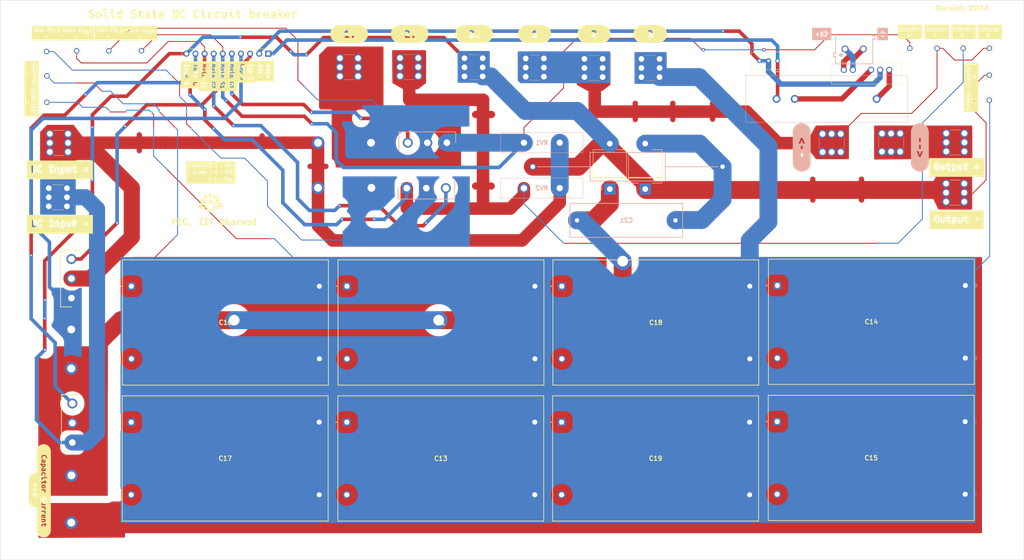
<source format=kicad_pcb>
(kicad_pcb (version 20241229) (generator "pcbnew") (generator_version "9.0")
  (layers (0 "F.Cu" signal) (2 "B.Cu" signal) (13 "F.Paste" user) (15 "B.Paste" user) (5 "F.SilkS" user "F.Silkscreen") (7 "B.SilkS" user "B.Silkscreen") (1 "F.Mask" user) (3 "B.Mask" user) (25 "Edge.Cuts" user))
  (net 0 "")
  (net 1 "Net-(C1-Pad1)")
  (net 2 "Net-(C1-Pad2)")
  (net 3 "Net-(D4-A)")
  (net 4 "Net-(D3-A)")
  (net 5 "Ts4")
  (net 6 "Net-(C21-Pad2)")
  (net 7 "Ts5")
  (net 8 "Tg4")
  (net 9 "Ts3")
  (net 10 "Tg3")
  (net 11 "Tg6")
  (net 12 "Tg5")
  (net 13 "Net-(H14-Pad1)")
  (net 14 "ADC+")
  (net 15 "ADC-")
  (net 16 "Net-(U1--VIN)")
  (net 17 "Net-(U1-+VIN)")
  (net 18 "Net-(U1--VOUT)")
  (net 19 "Net-(U1-+VOUT)")
  (net 20 "Net-(D2-A)")
  (net 21 "Ts6")
  (net 22 "Net-(J10-Pad1)")
  (net 23 "Net-(D6-A)")
  (footprint "iitdh_logo:iitdh" (layer "F.Cu") (at 124.4 118.15)
    (property "Reference" "G***" (hide yes))
    (property "Value" "LOGO" (hide yes))
  )
  (footprint "Capacitor TH 110uF:EZPV60117MTC" (layer "F.Cu") (at 222.45 179.55)
    (property "Reference" "C19")
    (property "Value" "EZPV60117MTC" (hide yes))
  )
  (footprint "kibuzzard-66226237" (layer "F.Cu") (at 327.3 70.45)
    (property "Reference" "kibuzzard-66226237" (hide yes))
    (property "Value" "G***" (hide yes))
  )
  (footprint "kibuzzard-66226323" (layer "F.Cu") (at 334.7 70.45)
    (property "Reference" "kibuzzard-66226323" (hide yes))
    (property "Value" "G***" (hide yes))
  )
  (footprint "kibuzzard-65DB9BA2" (layer "F.Cu") (at 133.2 81.65 -90)
    (property "Reference" "kibuzzard-65DB9BA2" (hide yes))
    (property "Value" "G***" (hide yes))
  )
  (footprint "Thyristors:TO546P531X1558X2499-3P" (layer "F.Cu") (at 85.55 144.87 90)
    (property "Reference" "D3" (hide yes))
    (property "Value" "VS-40TPS12A-M3" (hide yes))
  )
  (footprint "MountingHole:MountingHole_3.2mm_M3" (layer "F.Cu") (at 209.25 214.35)
    (property "Reference" "H28" (hide yes))
    (property "Value" "MountingHole" (hide yes))
  )
  (footprint "kibuzzard-65DB9A81" (layer "F.Cu") (at 125.2 82.85 -90)
    (property "Reference" "kibuzzard-65DB9A81" (hide yes))
    (property "Value" "G***" (hide yes))
  )
  (footprint "kibuzzard-65DB885A" (layer "F.Cu") (at 214.9 71.05)
    (property "Reference" "kibuzzard-65DB885A" (hide yes))
    (property "Value" "G***" (hide yes))
  )
  (footprint "Final_testpoint:5003" (layer "F.Cu") (at 334.6 75.05 90)
    (property "Reference" "H17" (hide yes))
    (property "Value" "5003" (hide yes))
  )
  (footprint "kibuzzard-6622505D" (layer "F.Cu") (at 332.8 108.35)
    (property "Reference" "kibuzzard-6622505D" (hide yes))
    (property "Value" "G***" (hide yes))
  )
  (footprint "MountingHole:MountingHole_3.2mm_M3" (layer "F.Cu") (at 347.5 65.45)
    (property "Reference" "H25" (hide yes))
    (property "Value" "MountingHole" (hide yes))
  )
  (footprint "kibuzzard-65DB9ACE" (layer "F.Cu") (at 120.2 82.45 -90)
    (property "Reference" "kibuzzard-65DB9ACE" (hide yes))
    (property "Value" "G***" (hide yes))
  )
  (footprint "kibuzzard-6622637B" (layer "F.Cu") (at 336.8 89.45 90)
    (property "Reference" "kibuzzard-6622637B" (hide yes))
    (property "Value" "G***" (hide yes))
  )
  (footprint "kibuzzard-65DB9A19" (layer "F.Cu") (at 130.4 82.85 -90)
    (property "Reference" "kibuzzard-65DB9A19" (hide yes))
    (property "Value" "G***" (hide yes))
  )
  (footprint "Final_testpoint:5003" (layer "F.Cu") (at 319.7 75.05 90)
    (property "Reference" "H13" (hide yes))
    (property "Value" "5003" (hide yes))
  )
  (footprint "Final_testpoint:5003" (layer "F.Cu") (at 78.6 75.95 -90)
    (property "Reference" "H11" (hide yes))
    (property "Value" "5003" (hide yes))
  )
  (footprint "MountingHole:MountingHole_2.2mm_M2_ISO7380_Pad" (layer "F.Cu") (at 154.4145 114.045)
    (property "Reference" "H7" (hide yes))
    (property "Value" "MountingHole_Pad" (hide yes))
  )
  (footprint "kibuzzard-65DB9A89" (layer "F.Cu") (at 122.6 82.85 -90)
    (property "Reference" "kibuzzard-65DB9A89" (hide yes))
    (property "Value" "G***" (hide yes))
  )
  (footprint "kibuzzard-65DB9A7A" (layer "F.Cu") (at 127.8 82.85 -90)
    (property "Reference" "kibuzzard-65DB9A7A" (hide yes))
    (property "Value" "G***" (hide yes))
  )
  (footprint "kibuzzard-66239A2E" (layer "F.Cu") (at 125.4 123.65)
    (property "Reference" "kibuzzard-66239A2E" (hide yes))
    (property "Value" "G***" (hide yes))
  )
  (footprint "6 pin connector:7461057" (layer "F.Cu") (at 79.22 114.15)
    (property "Reference" "J13" (hide yes))
    (property "Value" "7461057" (hide yes))
  )
  (footprint "MountingHole:MountingHole_3.2mm_M3" (layer "F.Cu") (at 347.5 133.85)
    (property "Reference" "H23" (hide yes))
    (property "Value" "MountingHole" (hide yes))
  )
  (footprint "Power Supply 2:RB1215DHP" (layer "F.Cu") (at 301.25 81.0775)
    (property "Reference" "U1" (hide yes))
    (property "Value" "RB-1215D_HP" (hide yes))
  )
  (footprint "6 pin connector:7461057" (layer "F.Cu") (at 79.52 98.95)
    (property "Reference" "J14" (hide yes))
    (property "Value" "7461057" (hide yes))
  )
  (footprint "kibuzzard-65DB9ADC" (layer "F.Cu") (at 117.6 82.45 -90)
    (property "Reference" "kibuzzard-65DB9ADC" (hide yes))
    (property "Value" "G***" (hide yes))
  )
  (footprint "kibuzzard-66225D99" (layer "F.Cu") (at 295.1 71.05)
    (property "Reference" "kibuzzard-66225D99" (hide yes))
    (property "Value" "G***" (hide yes))
  )
  (footprint "Diode_THT:D_P600_R-6_P12.70mm_Horizontal" (layer "F.Cu") (at 245.7995 114.395 90)
    (property "Reference" "D5" (hide yes))
    (property "Value" "FR607" (hide yes))
  )
  (footprint "MountingHole:MountingHole_2.2mm_M2_ISO7380_Pad" (layer "F.Cu") (at 85.5 207.65)
    (property "Reference" "H6" (hide yes))
    (property "Value" "MountingHole_Pad" (hide yes))
  )
  (footprint "kibuzzard-65DB8874" (layer "F.Cu") (at 198 71.05)
    (property "Reference" "kibuzzard-65DB8874" (hide yes))
    (property "Value" "G***" (hide yes))
  )
  (footprint "kibuzzard-65DB8860" (layer "F.Cu") (at 163.1 71.05)
    (property "Reference" "kibuzzard-65DB8860" (hide yes))
    (property "Value" "G***" (hide yes))
  )
  (footprint "kibuzzard-662260A2" (layer "F.Cu") (at 105 70.85)
    (property "Reference" "kibuzzard-662260A2" (hide yes))
    (property "Value" "G***" (hide yes))
  )
  (footprint "kibuzzard-66226341" (layer "F.Cu") (at 342 70.45)
    (property "Reference" "kibuzzard-66226341" (hide yes))
    (property "Value" "G***" (hide yes))
  )
  (footprint "MountingHole:MountingHole_2.2mm_M2_ISO7380_Pad" (layer "F.Cu") (at 169.3295 114.045)
    (property "Reference" "H8" (hide yes))
    (property "Value" "MountingHole_Pad" (hide yes))
  )
  (footprint "kibuzzard-66225CC6" (layer "F.Cu") (at 312.1 71.05)
    (property "Reference" "kibuzzard-66225CC6" (hide yes))
    (property "Value" "G***" (hide yes))
  )
  (footprint "MountingHole:MountingHole_3.2mm_M3" (layer "F.Cu") (at 69.6 65.45)
    (property "Reference" "H21" (hide yes))
    (property "Value" "MountingHole" (hide yes))
  )
  (footprint "kibuzzard-66226075" (layer "F.Cu") (at 87.4 70.85)
    (property "Reference" "kibuzzard-66226075" (hide yes))
    (property "Value" "G***" (hide yes))
  )
  (footprint "Final_testpoint:5003" (layer "F.Cu") (at 327.3 75.05 90)
    (property "Reference" "H14" (hide yes))
    (property "Value" "5003" (hide yes))
  )
  (footprint "Final_testpoint:5003" (layer "F.Cu") (at 105.1 75.75 180)
    (property "Reference" "H2" (hide yes))
    (property "Value" "5003" (hide yes))
  )
  (footprint "kibuzzard-66225C22" (layer "F.Cu") (at 322.5 102.75 -90)
    (property "Reference" "kibuzzard-66225C22" (hide yes))
    (property "Value" "G***" (hide yes))
  )
  (footprint "10K pot:3296X1223LF" (layer "F.Cu") (at 280.23 78.55 90)
    (property "Reference" "VR1" (hide yes))
    (property "Value" "3296X-1-501RLF" (hide yes))
  )
  (footprint "kibuzzard-65EAEA41" (layer "F.Cu") (at 124.5 109.75)
    (property "Reference" "kibuzzard-65EAEA41" (hide yes))
    (property "Value" "G***" (hide yes))
  )
  (footprint "Final_testpoint:5003" (layer "F.Cu") (at 96 75.75 180)
    (property "Reference" "H1" (hide yes))
    (property "Value" "5003" (hide yes))
  )
  (footprint "kibuzzard-65DB886D" (layer "F.Cu") (at 231.5 71.05)
    (property "Reference" "kibuzzard-65DB886D" (hide yes))
    (property "Value" "G***" (hide yes))
  )
  (footprint "Capacitor TH 110uF:EZPV60117MTC" (layer "F.Cu") (at 102.25 179.55)
    (property "Reference" "C17")
    (property "Value" "EZPV60117MTC" (hide yes))
  )
  (footprint "Final_testpoint:5003" (layer "F.Cu") (at 341.9 82.55 90)
    (property "Reference" "H16" (hide yes))
    (property "Value" "5003" (hide yes))
  )
  (footprint "6 pin connector:7461057" (layer "F.Cu") (at 329.82 112.87)
    (property "Reference" "J12" (hide yes))
    (property "Value" "7461057" (hide yes))
  )
  (footprint "kibuzzard-6622636A" (layer "F.Cu") (at 336.8 82.65 90)
    (property "Reference" "kibuzzard-6622636A" (hide yes))
    (property "Value" "G***" (hide yes))
  )
  (footprint "kibuzzard-662260F8" (layer "F.Cu") (at 74.4 90.05 -90)
    (property "Reference" "kibuzzard-662260F8" (hide yes))
    (property "Value" "G***" (hide yes))
  )
  (footprint "kibuzzard-65DB9B86" (layer "F.Cu") (at 135.4 81.65 -90)
    (property "Reference" "kibuzzard-65DB9B86" (hide yes))
    (property "Value" "G***" (hide yes))
  )
  (footprint "kibuzzard-65DB8FAA" (layer "F.Cu") (at 77.8 198.75 -90)
    (property "Reference" "kibuzzard-65DB8FAA" (hide yes))
    (property "Value" "G***" (hide yes))
  )
  (footprint "kibuzzard-65DB8867" (layer "F.Cu") (at 180 71.05)
    (property "Reference" "kibuzzard-65DB8867" (hide yes))
    (property "Value" "G***" (hide yes))
  )
  (footprint "Final_testpoint:5003" (layer "F.Cu") (at 78.7 82.75 90)
    (property "Reference" "H3" (hide yes))
    (property "Value" "5003" (hide yes))
  )
  (footprint "kibuzzard-66224FFF" (layer "F.Cu") (at 82.3 124.25)
    (property "Reference" "kibuzzard-66224FFF" (hide yes))
    (property "Value" "G***" (hide yes))
  )
  (footprint "Capacitor TH 110uF:EZPV60117MTC" (layer "F.Cu") (at 222.5 141.55)
    (property "Reference" "C18")
    (property "Value" "EZPV60117MTC" (hide yes))
  )
  (footprint "MountingHole:MountingHole_2.2mm_M2_ISO7380_Pad" (layer "F.Cu") (at 85.5 153.65 180)
    (property "Reference" "H20" (hide yes))
    (property "Value" "MountingHole_Pad" (hide yes))
  )
  (footprint "kibuzzard-66225C22" (layer "F.Cu") (at 289.5 102.75 90)
    (property "Reference" "kibuzzard-66225C22" (hide yes))
    (property "Value" "G***" (hide yes))
  )
  (footprint "Capacitor TH 110uF:EZPV60117MTC" (layer "F.Cu") (at 102.3 141.55)
    (property "Reference" "C16")
    (property "Value" "EZPV60117MTC" (hide yes))
  )
  (footprint "Capacitor TH 110uF:EZPV60117MTC" (layer "F.Cu") (at 282.7 141.35)
    (property "Reference" "C14")
    (property "Value" "EZPV60117MTC" (hide yes))
  )
  (footprint "Final_testpoint:5003" (layer "F.Cu") (at 78.7 90.15 90)
    (property "Reference" "H4" (hide yes))
    (property "Value" "5003" (hide yes))
  )
  (footprint "kibuzzard-66225F03" (layer "F.Cu") (at 140.6 81.45 -90)
    (property "Reference" "kibuzzard-66225F03" (hide yes))
    (property "Value" "G***" (hide yes))
  )
  (footprint "MountingHole:MountingHole_3.2mm_M3" (layer "F.Cu") (at 69.7 214.05)
    (property "Reference" "H24" (hide yes))
    (property "Value" "MountingHole" (hide yes))
  )
  (footprint "kibuzzard-662260ED" (layer "F.Cu") (at 74.4 82.45 -90)
    (property "Reference" "kibuzzard-662260ED" (hide yes))
    (property "Value" "G***" (hide yes))
  )
  (footprint "kibuzzard-6622609D" (layer "F.Cu") (at 96.3 70.85)
    (property "Reference" "kibuzzard-6622609D" (hide yes))
    (property "Value" "G***" (hide yes))
  )
  (footprint "kibuzzard-65DB887A" (layer "F.Cu") (at 247.2 71.05)
    (property "Reference" "kibuzzard-65DB887A" (hide yes))
    (property "Value" "G***" (hide yes))
  )
  (footprint "kibuzzard-6622622D" (layer "F.Cu") (at 319.8 70.45)
    (property "Reference" "kibuzzard-6622622D" (hide yes))
    (property "Value" "G***" (hide yes))
  )
  (footprint "MountingHole:MountingHole_2.2mm_M2_ISO7380_Pad" (layer "F.Cu") (at 169.2295 101.445)
    (property "Reference" "H10" (hide yes))
    (property "Value" "MountingHole_Pad" (hide yes))
  )
  (footprint "kibuzzard-662260AF" (layer "F.Cu") (at 78.7 70.85)
    (property "Reference" "kibuzzard-662260AF" (hide yes))
    (property "Value" "G***" (hide yes))
  )
  (footprint "kibuzzard-6622506C" (layer "F.Cu") (at 332.8 122.95)
    (property "Reference" "kibuzzard-6622506C" (hide yes))
    (property "Value" "G***" (hide yes))
  )
  (footprint "Diode_THT:D_P600_R-6_P12.70mm_Horizontal" (layer "F.Cu") (at 235.9145 114.395 90)
    (property "Reference" "D1" (hide yes))
    (property "Value" "FR607" (hide yes))
  )
  (footprint "Thyristors:TO546P531X1558X2499-3P" (layer "F.Cu") (at 85.8 185.25 90)
    (property "Reference" "D6" (hide yes))
    (property "Value" "VS-40TPS12A-M3" (hide yes))
  )
  (footprint "6 pin connector:7461057" (layer "F.Cu") (at 329.86 98.81)
    (property "Reference" "J11" (hide yes))
    (property "Value" "7461057" (hide yes))
  )
  (footprint "MountingHole:MountingHole_2.2mm_M2_ISO7380_Pad" (layer "F.Cu") (at 85.55 194.45)
    (property "Reference" "H5" (hide yes))
    (property "Value" "MountingHole_Pad" (hide yes))
  )
  (footprint "Final_testpoint:5003" (layer "F.Cu") (at 87 75.75 -90)
    (property "Reference" "H12" (hide yes))
    (property "Value" "5003" (hide yes))
  )
  (footprint "MountingHole:MountingHole_3.2mm_M3" (layer "F.Cu") (at 347.5 214.05)
    (property "Reference" "H26" (hide yes))
    (property "Value" "MountingHole" (hide yes))
  )
  (footprint "MountingHole:MountingHole_2.2mm_M2_ISO7380_Pad" (layer "F.Cu") (at 85.5 164.55 180)
    (property "Reference" "H19" (hide yes))
    (property "Value" "MountingHole_Pad" (hide yes))
  )
  (footprint "kibuzzard-65DB99B3" (layer "F.Cu") (at 138.4 81.45 -90)
    (property "Reference" "kibuzzard-65DB99B3" (hide yes))
    (property "Value" "G***" (hide yes))
  )
  (footprint "kibuzzard-662392F0" (layer "F.Cu") (at 119.5 65.35)
    (property "Reference" "kibuzzard-662392F0" (hide yes))
    (property "Value" "G***" (hide yes))
  )
  (footprint "Final_testpoint:5003" (layer "F.Cu") (at 341.9 75.05 90)
    (property "Reference" "H18" (hide yes))
    (property "Value" "5003" (hide yes))
  )
  (footprint "MountingHole:MountingHole_2.2mm_M2_ISO7380_Pad" (layer "F.Cu") (at 154.4145 101.445)
    (property "Reference" "H9" (hide yes))
    (property "Value" "MountingHole_Pad" (hide yes))
  )
  (footprint "kibuzzard-66224FE1" (layer "F.Cu") (at 82.3 109.05)
    (property "Reference" "kibuzzard-66224FE1" (hide yes))
    (property "Value" "G***" (hide yes))
  )
  (footprint "Connector_PinSocket_2.54mm:PinSocket_1x10_P2.54mm_Vertical" (layer "F.Cu") (at 140.52 76.55 -90)
    (property "Reference" "J1" (hide yes))
    (property "Value" "Conn_01x10_Pin" (hide yes))
  )
  (footprint "Final_testpoint:5003" (layer "F.Cu") (at 341.9 89.55 90)
    (property "Reference" "H15" (hide yes))
    (property "Value" "5003" (hide yes))
  )
  (footprint "MountingHole:MountingHole_3.2mm_M3" (layer "F.Cu") (at 69.7 133.85)
    (property "Reference" "H22" (hide yes))
    (property "Value" "MountingHole" (hide yes))
  )
  (footprint "Capacitor TH 110uF:EZPV60117MTC" (layer "F.Cu") (at 282.65 179.4)
    (property "Reference" "C15")
    (property "Value" "EZPV60117MTC" (hide yes))
  )
  (footprint "kibuzzard-65DB8DD2" (layer "F.Cu") (at 75.4 198.55 -90)
    (property "Reference" "kibuzzard-65DB8DD2" (hide yes))
    (property "Value" "G***" (hide yes))
  )
  (footprint "Capacitor TH 110uF:EZPV60117MTC" (layer "F.Cu") (at 162.5 141.55)
    (property "Reference" "C1")
    (property "Value" "EZPV60117MTC" (hide yes))
  )
  (footprint "MountingHole:MountingHole_3.2mm_M3" (layer "F.Cu") (at 206.1 65.45)
    (property "Reference" "H27" (hide yes))
    (property "Value" "MountingHole" (hide yes))
  )
  (footprint "Capacitor TH 110uF:EZPV60117MTC" (layer "F.Cu") (at 162.45 179.55)
    (property "Reference" "C13")
    (property "Value" "EZPV60117MTC" (hide yes))
  )
  (footprint "6 pin connector:7461057" (layer "B.Cu") (at 165.6 77.8 180)
    (property "Reference" "J2" (hide yes))
    (property "Value" "7461057" (hide yes))
  )
  (footprint "691213510002:691213510002" (layer "B.Cu") (at 304.15 75.25)
    (property "Reference" "J4" (hide yes))
    (property "Value" "691213510002" (hide yes))
  )
  (footprint "6 pin connector:7461057" (layer "B.Cu") (at 217.5 77.9 180)
    (property "Reference" "J3" (hide yes))
    (property "Value" "7461057" (hide yes))
  )
  (footprint "Snubber Capacitor_1uF:ECWFG2J105K" (layer "B.Cu") (at 226.75 123.15)
    (property "Reference" "C21")
    (property "Value" "ECWFG2J105K" (hide yes))
  )
  (footprint "6 pin connector:7461057" (layer "B.Cu") (at 311.92 98.87 -90)
    (property "Reference" "J10" (hide yes))
    (property "Value" "7461057" (hide yes))
  )
  (footprint "Resistor 5w:RESAD5300W105L2100D800" (layer "B.Cu") (at 214.4 108.15)
    (property "Reference" "R2" (hide yes))
    (property "Value" "55J1K0E" (hide yes))
  )
  (footprint "Thyristors:TO546P531X1558X2499-3P" (layer "B.Cu") (at 179.2 114.145)
    (property "Reference" "D4" (hide yes))
    (property "Value" "VS-40TPS12A-M3" (hide yes))
  )
  (footprint "MOV:MOV20D431K" (layer "B.Cu") (at 216.9145 101.445 180)
    (property "Reference" "RV1")
    (property "Value" "MOV-20D431KTR" (hide yes))
  )
  (footprint "6 pin connector:7461057" (layer "B.Cu") (at 295.32 98.97 -90)
    (property "Reference" "J9" (hide yes))
    (property "Value" "7461057" (hide yes))
  )
  (footprint "6 pin connector:7461057" (layer "B.Cu") (at 249.8 78.02 180)
    (property "Reference" "J7" (hide yes))
    (property "Value" "7461057" (hide yes))
  )
  (footprint "6 pin connector:7461057" (layer "B.Cu") (at 233.9 78.01 180)
    (property "Reference" "J6" (hide yes))
    (property "Value" "7461057" (hide yes))
  )
  (footprint "MOV:MOV20D431K" (layer "B.Cu") (at 216.9145 114.145 180)
    (property "Reference" "RV2")
    (property "Value" "MOV-20D431KTR" (hide yes))
  )
  (footprint "Thyristors:TO546P531X1558X2499-3P" (layer "B.Cu") (at 190.4 101.445 180)
    (property "Reference" "D2" (hide yes))
    (property "Value" "VS-40TPS12A-M3" (hide yes))
  )
  (footprint "6 pin connector:7461057" (layer "B.Cu") (at 182.4 77.75 180)
    (property "Reference" "J5" (hide yes))
    (property "Value" "7461057" (hide yes))
  )
  (footprint "6 pin connector:7461057" (layer "B.Cu") (at 200.4 77.82 180)
    (property "Reference" "J8" (hide yes))
    (property "Value" "7461057" (hide yes))
  )
  (footprint "Current sensor:LA55-P" (layer "B.Cu") (at 310.42 89.2)
    (property "Reference" "U2" (hide yes))
    (property "Value" "LA55-P" (hide yes))
  )
  (gr_rect (start 65.65 61.6) (end 351.55 218) (stroke (width 0.1)) (fill no) (layer "Edge.Cuts"))
  (gr_text "Daniel, 2024" (at 326.95 64.76 0) (layer "F.SilkS") (effects (font (size 1.5 1.5) (thickness 0.3) (bold yes)) (justify left bottom)))
  (segment (start 114.7 97.35) (end 110.05 92.7) (width 0.25) (layer "F.Cu") (net 1))
  (segment (start 94.1 87.05) (end 91.8 84.75) (width 0.25) (layer "F.Cu") (net 1))
  (segment (start 91.8 84.75) (end 86.6 84.75) (width 0.25) (layer "F.Cu") (net 1))
  (segment (start 108.5 133.85) (end 108.5 137.25) (width 0.25) (layer "F.Cu") (net 1))
  (segment (start 105.7 140.05) (end 101.5 140.05) (width 0.25) (layer "F.Cu") (net 1))
  (segment (start 114.2 128.15) (end 108.5 133.85) (width 0.25) (layer "F.Cu") (net 1))
  (segment (start 108.5 137.25) (end 105.7 140.05) (width 0.25) (layer "F.Cu") (net 1))
  (via (at 110.05 92.7) (size 0.5) (drill 0.3) (layers "F.Cu" "B.Cu") (net 1))
  (via (at 86.6 84.75) (size 0.5) (drill 0.3) (layers "F.Cu" "B.Cu") (net 1))
  (via (at 114.2 128.15) (size 0.5) (drill 0.3) (layers "F.Cu" "B.Cu") (net 1))
  (via (at 114.7 97.35) (size 0.5) (drill 0.3) (layers "F.Cu" "B.Cu") (net 1))
  (via (at 94.1 87.05) (size 0.5) (drill 0.3) (layers "F.Cu" "B.Cu") (net 1))
  (segment (start 100 90.55) (end 108.4 90.55) (width 0.25) (layer "B.Cu") (net 1))
  (segment (start 115.2 97.85) (end 115.2 127.15) (width 0.25) (layer "B.Cu") (net 1))
  (segment (start 94.1 87.05) (end 96.5 87.05) (width 0.25) (layer "B.Cu") (net 1))
  (segment (start 108.4 90.55) (end 110.05 92.2) (width 0.25) (layer "B.Cu") (net 1))
  (segment (start 80.7 84.75) (end 78.7 82.75) (width 0.25) (layer "B.Cu") (net 1))
  (segment (start 110.05 92.2) (end 110.05 92.7) (width 0.25) (layer "B.Cu") (net 1))
  (segment (start 96.5 87.05) (end 100 90.55) (width 0.25) (layer "B.Cu") (net 1))
  (segment (start 115.2 127.15) (end 114.2 128.15) (width 0.25) (layer "B.Cu") (net 1))
  (segment (start 86.6 84.75) (end 80.7 84.75) (width 0.25) (layer "B.Cu") (net 1))
  (segment (start 114.7 97.35) (end 115.2 97.85) (width 0.25) (layer "B.Cu") (net 1))
  (segment (start 107.9 92.95) (end 108.5 93.55) (width 0.25) (layer "F.Cu") (net 2))
  (segment (start 108.5 93.55) (end 108.5 97.25) (width 0.25) (layer "F.Cu") (net 2))
  (segment (start 131.6 128.25) (end 141.3 128.25) (width 0.25) (layer "F.Cu") (net 2))
  (segment (start 96.3 92.65) (end 96.5 92.85) (width 0.25) (layer "F.Cu") (net 2))
  (segment (start 100.6 92.85) (end 100.8 92.65) (width 0.25) (layer "F.Cu") (net 2))
  (segment (start 96.5 92.85) (end 100.6 92.85) (width 0.25) (layer "F.Cu") (net 2))
  (segment (start 112.2 108.85) (end 131.6 128.25) (width 0.25) (layer "F.Cu") (net 2))
  (via (at 112.2 108.85) (size 0.5) (drill 0.3) (layers "F.Cu" "B.Cu") (net 2))
  (via (at 107.9 92.95) (size 0.5) (drill 0.3) (layers "F.Cu" "B.Cu") (net 2))
  (via (at 141.3 128.25) (size 0.5) (drill 0.3) (layers "F.Cu" "B.Cu") (net 2))
  (via (at 108.5 97.25) (size 0.5) (drill 0.3) (layers "F.Cu" "B.Cu") (net 2))
  (via (at 96.3 92.65) (size 0.5) (drill 0.3) (layers "F.Cu" "B.Cu") (net 2))
  (via (at 100.8 92.65) (size 0.5) (drill 0.3) (layers "F.Cu" "B.Cu") (net 2))
  (segment (start 260.85 83.1) (end 280.2 102.45) (width 5) (layer "B.Cu") (net 2))
  (segment (start 335.2 141.35) (end 335.2 139.95) (width 0.25) (layer "B.Cu") (net 2))
  (segment (start 335.2 139.95) (end 342 133.15) (width 0.25) (layer "B.Cu") (net 2))
  (segment (start 280.2 123.55) (end 275 128.75) (width 5) (layer "B.Cu") (net 2))
  (segment (start 142.2 128.25) (end 154 140.05) (width 0.25) (layer "B.Cu") (net 2))
  (segment (start 249.8 83.1) (end 260.85 83.1) (width 5) (layer "B.Cu") (net 2))
  (segment (start 108.5 105.15) (end 112.2 108.85) (width 0.25) (layer "B.Cu") (net 2))
  (segment (start 280.2 102.45) (end 280.2 123.55) (width 5) (layer "B.Cu") (net 2))
  (segment (start 108.5 97.25) (end 108.5 105.15) (width 0.25) (layer "B.Cu") (net 2))
  (segment (start 88.7 91.55) (end 87.3 90.15) (width 0.25) (layer "B.Cu") (net 2))
  (segment (start 96.3 92.65) (end 95.2 91.55) (width 0.25) (layer "B.Cu") (net 2))
  (segment (start 342 133.15) (end 342 89.65) (width 0.25) (layer "B.Cu") (net 2))
  (segment (start 87.3 90.15) (end 78.7 90.15) (width 0.25) (layer "B.Cu") (net 2))
  (segment (start 101.1 92.35) (end 100.8 92.65) (width 0.25) (layer "B.Cu") (net 2))
  (segment (start 95.2 91.55) (end 88.7 91.55) (width 0.25) (layer "B.Cu") (net 2))
  (segment (start 107.9 92.95) (end 107.3 92.35) (width 0.25) (layer "B.Cu") (net 2))
  (segment (start 107.3 92.35) (end 101.1 92.35) (width 0.25) (layer "B.Cu") (net 2))
  (segment (start 141.3 128.25) (end 142.2 128.25) (width 0.25) (layer "B.Cu") (net 2))
  (segment (start 342 89.65) (end 341.9 89.55) (width 0.25) (layer "B.Cu") (net 2))
  (segment (start 275 128.75) (end 275 141.55) (width 5) (layer "B.Cu") (net 2))
  (segment (start 117.7 92.85) (end 117.7 96.15) (width 0.25) (layer "F.Cu") (net 3))
  (segment (start 117.7 96.15) (end 119 97.45) (width 0.25) (layer "F.Cu") (net 3))
  (segment (start 115.75 84.9) (end 115.75 88.5) (width 0.25) (layer "F.Cu") (net 3))
  (segment (start 113.5 82.65) (end 115.75 84.9) (width 0.25) (layer "F.Cu") (net 3))
  (via (at 119 97.45) (size 0.5) (drill 0.3) (layers "F.Cu" "B.Cu") (net 3))
  (via (at 117.7 92.85) (size 0.5) (drill 0.3) (layers "F.Cu" "B.Cu") (net 3))
  (via (at 113.5 82.65) (size 0.5) (drill 0.3) (layers "F.Cu" "B.Cu") (net 3))
  (via (at 115.75 88.5) (size 0.5) (drill 0.3) (layers "F.Cu" "B.Cu") (net 3))
  (segment (start 112 81.15) (end 85.8 81.15) (width 0.25) (layer "B.Cu") (net 3))
  (segment (start 127.3 105.75) (end 133.9 105.75) (width 0.25) (layer "B.Cu") (net 3))
  (segment (start 85.8 81.15) (end 80.6 75.95) (width 0.25) (layer "B.Cu") (net 3))
  (segment (start 117.7 92.85) (end 117.7 90.45) (width 0.25) (layer "B.Cu") (net 3))
  (segment (start 113.5 82.65) (end 112 81.15) (width 0.25) (layer "B.Cu") (net 3))
  (segment (start 149.8 128.65) (end 173.3 128.65) (width 0.25) (layer "B.Cu") (net 3))
  (segment (start 140.3 112.15) (end 140.3 119.15) (width 0.25) (layer "B.Cu") (net 3))
  (segment (start 119 97.45) (end 127.3 105.75) (width 0.25) (layer "B.Cu") (net 3))
  (segment (start 173.3 128.65) (end 184.66 117.29) (width 0.25) (layer "B.Cu") (net 3))
  (segment (start 80.6 75.95) (end 78.6 75.95) (width 0.25) (layer "B.Cu") (net 3))
  (segment (start 184.66 117.29) (end 184.66 114.145) (width 0.25) (layer "B.Cu") (net 3))
  (segment (start 140.3 119.15) (end 149.8 128.65) (width 0.25) (layer "B.Cu") (net 3))
  (segment (start 133.9 105.75) (end 140.3 112.15) (width 0.25) (layer "B.Cu") (net 3))
  (segment (start 117.7 90.45) (end 115.75 88.5) (width 0.25) (layer "B.Cu") (net 3))
  (segment (start 111.8 101.45) (end 104.5 101.45) (width 3.5) (layer "F.Cu") (net 4))
  (segment (start 154.3495 101.51) (end 154.4145 101.445) (width 3.5) (layer "F.Cu") (net 4))
  (segment (start 158.5 128.75) (end 211.4 128.75) (width 3.5) (layer "F.Cu") (net 4))
  (segment (start 154.4145 101.445) (end 111.805 101.445) (width 3.5) (layer "F.Cu") (net 4))
  (segment (start 138.8 99.55) (end 138.8 101.75) (width 1.5) (layer "F.Cu") (net 4))
  (segment (start 221.9145 118.2355) (end 221.9145 114.145) (width 3.5) (layer "F.Cu") (net 4))
  (segment (start 211.4 128.75) (end 221.9145 118.2355) (width 3.5) (layer "F.Cu") (net 4))
  (segment (start 152.2 108.05) (end 154.4 108.05) (width 1.5) (layer "F.Cu") (net 4))
  (segment (start 90.84 139.41) (end 102.4 127.85) (width 4.5) (layer "F.Cu") (net 4))
  (segment (start 138.8 100.85) (end 138.8 103.05) (width 1.5) (layer "F.Cu") (net 4))
  (segment (start 104.5 101.45) (end 84.64 101.45) (width 3.5) (layer "F.Cu") (net 4))
  (segment (start 154.4 108.05) (end 156.6 108.05) (width 1.5) (layer "F.Cu") (net 4))
  (segment (start 102.4 114.05) (end 92.38 104.03) (width 4.5) (layer "F.Cu") (net 4))
  (segment (start 104.5 101.45) (end 104.5 103.65) (width 1.5) (layer "F.Cu") (net 4))
  (segment (start 104.5 99.25) (end 104.5 101.45) (width 1.5) (layer "F.Cu") (net 4))
  (segment (start 154.4145 124.6645) (end 158.5 128.75) (width 3.5) (layer "F.Cu") (net 4))
  (segment (start 111.805 101.445) (end 111.8 101.45) (width 3.5) (layer "F.Cu") (net 4))
  (segment (start 154.4145 114.045) (end 154.4145 124.6645) (width 3.5) (layer "F.Cu") (net 4))
  (segment (start 154.4145 101.445) (end 154.4145 114.045) (width 3.5) (layer "F.Cu") (net 4))
  (segment (start 84.64 101.45) (end 84.6 101.49) (width 3.5) (layer "F.Cu") (net 4))
  (segment (start 102.4 127.85) (end 102.4 114.05) (width 4.5) (layer "F.Cu") (net 4))
  (segment (start 85.55 139.41) (end 90.84 139.41) (width 4.5) (layer "F.Cu") (net 4))
  (segment (start 92.38 104.03) (end 84.6 104.03) (width 4.5) (layer "F.Cu") (net 4))
  (segment (start 221.9145 101.445) (end 221.9145 114.145) (width 5) (layer "B.Cu") (net 4))
  (segment (start 262 75.45) (end 261.6 75.45) (width 0.25) (layer "F.Cu") (net 5))
  (segment (start 211.9145 97.2355) (end 211.9145 101.445) (width 0.25) (layer "F.Cu") (net 5))
  (segment (start 150.6 94.05) (end 133.2 94.05) (width 1) (layer "F.Cu") (net 5))
  (segment (start 278.9 75.45) (end 293.1 75.45) (width 0.25) (layer "F.Cu") (net 5))
  (segment (start 223 75.95) (end 223 86.15) (width 0.25) (layer "F.Cu") (net 5))
  (segment (start 109.6 71.25) (end 124.4 71.25) (width 0.25) (layer "F.Cu") (net 5))
  (segment (start 223 86.15) (end 211.9145 97.2355) (width 0.25) (layer "F.Cu") (net 5))
  (segment (start 258.4 72.25) (end 226.7 72.25) (width 0.25) (layer "F.Cu") (net 5))
  (segment (start 105.1 75.75) (end 109.6 71.25) (width 0.25) (layer "F.Cu") (net 5))
  (segment (start 127.82 74.67) (end 127.82 76.55) (width 0.25) (layer "F.Cu") (net 5))
  (segment (start 319.7 73.45) (end 319.7 75.05) (width 0.25) (layer "F.Cu") (net 5))
  (segment (start 124.4 71.25) (end 127.82 74.67) (width 0.25) (layer "F.Cu") (net 5))
  (segment (start 152.7 96.15) (end 150.6 94.05) (width 1) (layer "F.Cu") (net 5))
  (segment (start 261.6 75.45) (end 258.4 72.25) (width 0.25) (layer "F.Cu") (net 5))
  (segment (start 226.7 72.25) (end 223 75.95) (width 0.25) (layer "F.Cu") (net 5))
  (segment (start 133.2 94.05) (end 128.8 89.65) (width 1) (layer "F.Cu") (net 5))
  (segment (start 293.1 75.45) (end 297.3 71.25) (width 0.25) (layer "F.Cu") (net 5))
  (segment (start 297.3 71.25) (end 317.5 71.25) (width 0.25) (layer "F.Cu") (net 5))
  (segment (start 317.5 71.25) (end 319.7 73.45) (width 0.25) (layer "F.Cu") (net 5))
  (via (at 128.8 89.65) (size 0.8) (drill 0.4) (layers "F.Cu" "B.Cu") (net 5))
  (via (at 152.7 96.15) (size 0.8) (drill 0.4) (layers "F.Cu" "B.Cu") (net 5))
  (via (at 262 75.45) (size 1) (drill 0.5) (layers "F.Cu" "B.Cu") (net 5))
  (via (at 278.9 75.45) (size 1) (drill 0.5) (layers "F.Cu" "B.Cu") (net 5))
  (segment (start 152.7 96.15) (end 157 96.15) (width 1) (layer "B.Cu") (net 5))
  (segment (start 211.9145 101.445) (end 190.4 101.445) (width 5) (layer "B.Cu") (net 5))
  (segment (start 161.5 108.35) (end 205.0095 108.35) (width 1) (layer "B.Cu") (net 5))
  (segment (start 159.5 98.65) (end 159.5 106.35) (width 1) (layer "B.Cu") (net 5))
  (segment (start 127.8 88.65) (end 128.8 89.65) (width 1) (layer "B.Cu") (net 5))
  (segment (start 159.5 106.35) (end 161.5 108.35) (width 1) (layer "B.Cu") (net 5))
  (segment (start 205.0095 108.35) (end 211.9145 101.445) (width 1) (layer "B.Cu") (net 5))
  (segment (start 262 75.45) (end 278.9 75.45) (width 0.25) (layer "B.Cu") (net 5))
  (segment (start 127.8 76.57) (end 127.8 88.65) (width 1) (layer "B.Cu") (net 5))
  (segment (start 157 96.15) (end 159.5 98.65) (width 1) (layer "B.Cu") (net 5))
  (segment (start 127.82 76.55) (end 127.8 76.57) (width 1) (layer "B.Cu") (net 5))
  (segment (start 267.4 117.25) (end 261.6 123.05) (width 5) (layer "B.Cu") (net 6))
  (segment (start 254.35 123.05) (end 254.25 123.15) (width 5) (layer "B.Cu") (net 6))
  (segment (start 245.7995 101.695) (end 260.945 101.695) (width 5) (layer "B.Cu") (net 6))
  (segment (start 267.4 108.15) (end 267.4 117.25) (width 5) (layer "B.Cu") (net 6))
  (segment (start 260.945 101.695) (end 267.4 108.15) (width 5) (layer "B.Cu") (net 6))
  (segment (start 261.6 123.05) (end 254.35 123.05) (width 5) (layer "B.Cu") (net 6))
  (segment (start 87 75.75) (end 87 77.85) (width 0.25) (layer "F.Cu") (net 7))
  (segment (start 121.3 73.15) (end 122.74 74.59) (width 0.25) (layer "F.Cu") (net 7))
  (segment (start 122.74 74.59) (end 122.74 76.55) (width 0.25) (layer "F.Cu") (net 7))
  (segment (start 310.9 129.55) (end 223 129.55) (width 0.25) (layer "F.Cu") (net 7))
  (segment (start 179.2 119.65) (end 179.2 114.145) (width 3.5) (layer "F.Cu") (net 7))
  (segment (start 118.7 88.05) (end 118.7 85.95) (width 1) (layer "F.Cu") (net 7))
  (segment (start 161.1 122.85) (end 170.1 122.85) (width 1) (layer "F.Cu") (net 7))
  (segment (start 211.9145 116.0355) (end 208.1 119.85) (width 3.5) (layer "F.Cu") (net 7))
  (segment (start 122.74 81.91) (end 122.74 76.55) (width 1) (layer "F.Cu") (net 7))
  (segment (start 87 77.85) (end 88.3 79.15) (width 0.25) (layer "F.Cu") (net 7))
  (segment (start 202.9 93.55) (end 200.5 93.55) (width 2) (layer "F.Cu") (net 7))
  (segment (start 200.5 89.45) (end 200.5 93.55) (width 3.5) (layer "F.Cu") (net 7))
  (segment (start 106.6 79.15) (end 112.6 73.15) (width 0.25) (layer "F.Cu") (net 7))
  (segment (start 202.8 113.55) (end 200.5 113.55) (width 2) (layer "F.Cu") (net 7))
  (segment (start 179.4 119.85) (end 179.2 119.65) (width 3.5) (layer "F.Cu") (net 7))
  (segment (start 211.9145 114.145) (end 211.9145 116.0355) (width 3.5) (layer "F.Cu") (net 7))
  (segment (start 122.8 95.05) (end 122.8 92.15) (width 1) (layer "F.Cu") (net 7))
  (segment (start 200.5 93.55) (end 200.5 113.55) (width 3.5) (layer "F.Cu") (net 7))
  (segment (start 125.25 97.5) (end 122.8 95.05) (width 1) (layer "F.Cu") (net 7))
  (segment (start 118.7 85.95) (end 122.74 81.91) (width 1) (layer "F.Cu") (net 7))
  (segment (start 200.5 113.55) (end 198.4 113.55) (width 2) (layer "F.Cu") (net 7))
  (segment (start 88.3 79.15) (end 106.6 79.15) (width 0.25) (layer "F.Cu") (net 7))
  (segment (start 179.9 89.45) (end 200.5 89.45) (width 3.5) (layer "F.Cu") (net 7))
  (segment (start 200.5 119.85) (end 179.4 119.85) (width 3.5) (layer "F.Cu") (net 7))
  (segment (start 112.6 73.15) (end 121.3 73.15) (width 0.25) (layer "F.Cu") (net 7))
  (segment (start 179.9 84.95) (end 179.9 89.45) (width 3.5) (layer "F.Cu") (net 7))
  (segment (start 200.5 113.55) (end 200.5 119.85) (width 3.5) (layer "F.Cu") (net 7))
  (segment (start 200.5 93.55) (end 198.4 93.55) (width 2) (layer "F.Cu") (net 7))
  (segment (start 208.1 119.85) (end 200.5 119.85) (width 3.5) (layer "F.Cu") (net 7))
  (via (at 223 129.55) (size 0.5) (drill 0.3) (layers "F.Cu" "B.Cu") (net 7))
  (via (at 310.9 129.55) (size 0.5) (drill 0.3) (layers "F.Cu" "B.Cu") (net 7))
  (via (at 118.7 88.05) (size 0.8) (drill 0.4) (layers "F.Cu" "B.Cu") (net 7))
  (via (at 122.8 92.15) (size 0.8) (drill 0.4) (layers "F.Cu" "B.Cu") (net 7))
  (via (at 125.25 97.5) (size 0.8) (drill 0.4) (layers "F.Cu" "B.Cu") (net 7))
  (via (at 170.1 122.85) (size 0.8) (drill 0.4) (layers "F.Cu" "B.Cu") (net 7))
  (via (at 161.1 122.85) (size 0.8) (drill 0.4) (layers "F.Cu" "B.Cu") (net 7))
  (segment (start 144.6 109.15) (end 144.6 118.25) (width 1) (layer "B.Cu") (net 7))
  (segment (start 125.25 97.5) (end 128.4 100.65) (width 1) (layer "B.Cu") (net 7))
  (segment (start 128.4 100.65) (end 136.1 100.65) (width 1) (layer "B.Cu") (net 7))
  (segment (start 173 122.85) (end 179.2 116.65) (width 1) (layer "B.Cu") (net 7))
  (segment (start 223 129.55) (end 211.9145 118.4645) (width 0.25) (layer "B.Cu") (net 7))
  (segment (start 144.6 118.25) (end 150.7 124.35) (width 1) (layer "B.Cu") (net 7))
  (segment (start 316.4 129.55) (end 323.2 122.75) (width 0.25) (layer "B.Cu") (net 7))
  (segment (start 310.9 129.55) (end 316.4 129.55) (width 0.25) (layer "B.Cu") (net 7))
  (segment (start 170.1 122.85) (end 173 122.85) (width 1) (layer "B.Cu") (net 7))
  (segment (start 334.6 84.55) (end 334.6 75.05) (width 0.25) (layer "B.Cu") (net 7))
  (segment (start 136.1 100.65) (end 144.6 109.15) (width 1) (layer "B.Cu") (net 7))
  (segment (start 179.2 116.65) (end 179.2 114.145) (width 1) (layer "B.Cu") (net 7))
  (segment (start 118.7 88.05) (end 122.8 92.15) (width 1) (layer "B.Cu") (net 7))
  (segment (start 323.2 122.75) (end 323.2 95.95) (width 0.25) (layer "B.Cu") (net 7))
  (segment (start 211.9145 118.4645) (end 211.9145 114.145) (width 0.25) (layer "B.Cu") (net 7))
  (segment (start 150.7 124.35) (end 159.6 124.35) (width 1) (layer "B.Cu") (net 7))
  (segment (start 159.6 124.35) (end 161.1 122.85) (width 1) (layer "B.Cu") (net 7))
  (segment (start 323.2 95.95) (end 334.6 84.55) (width 0.25) (layer "B.Cu") (net 7))
  (segment (start 130.4 87.85) (end 133.3 90.75) (width 1) (layer "F.Cu") (net 8))
  (segment (start 166.4 94.65) (end 175.6 94.65) (width 1) (layer "F.Cu") (net 8))
  (segment (start 175.6 94.65) (end 177.15 96.2) (width 1) (layer "F.Cu") (net 8))
  (segment (start 133.3 90.75) (end 150.4 90.75) (width 1) (layer "F.Cu") (net 8))
  (segment (start 177.15 96.2) (end 179.48 98.53) (width 1) (layer "F.Cu") (net 8))
  (segment (start 179.48 98.53) (end 179.48 101.445) (width 1) (layer "F.Cu") (net 8))
  (segment (start 150.4 90.75) (end 152.6 92.95) (width 1) (layer "F.Cu") (net 8))
  (via (at 166.4 94.65) (size 0.8) (drill 0.4) (layers "F.Cu" "B.Cu") (net 8))
  (via (at 130.4 87.85) (size 0.8) (drill 0.4) (layers "F.Cu" "B.Cu") (net 8))
  (via (at 152.6 92.95) (size 0.8) (drill 0.4) (layers "F.Cu" "B.Cu") (net 8))
  (segment (start 164.7 92.95) (end 166.4 94.65) (width 1) (layer "B.Cu") (net 8))
  (segment (start 130.4 87.85) (end 130.36 87.81) (width 1) (layer "B.Cu") (net 8))
  (segment (start 130.36 87.81) (end 130.36 76.55) (width 1) (layer "B.Cu") (net 8))
  (segment (start 152.6 92.95) (end 164.7 92.95) (width 1) (layer "B.Cu") (net 8))
  (segment (start 74.3 124.15) (end 79.4 129.25) (width 1) (layer "B.Cu") (net 9))
  (segment (start 82.52 144.87) (end 85.55 144.87) (width 1) (layer "B.Cu") (net 9))
  (segment (start 128.2 94.65) (end 77.6 94.65) (width 1) (layer "B.Cu") (net 9))
  (segment (start 132.9 76.55) (end 132.9 89.95) (width 1) (layer "B.Cu") (net 9))
  (segment (start 132.9 89.95) (end 128.2 94.65) (width 1) (layer "B.Cu") (net 9))
  (segment (start 79.4 141.75) (end 82.52 144.87) (width 1) (layer "B.Cu") (net 9))
  (segment (start 77.6 94.65) (end 74.3 97.95) (width 1) (layer "B.Cu") (net 9))
  (segment (start 74.3 97.95) (end 74.3 124.15) (width 1) (layer "B.Cu") (net 9))
  (segment (start 79.4 129.25) (end 79.4 141.75) (width 1) (layer "B.Cu") (net 9))
  (segment (start 122 90.85) (end 106.6 90.85) (width 1) (layer "F.Cu") (net 10))
  (segment (start 135.44 76.55) (end 135.44 77.41) (width 1) (layer "F.Cu") (net 10))
  (segment (start 88.2 133.95) (end 85.55 133.95) (width 1) (layer "F.Cu") (net 10))
  (segment (start 106.6 90.85) (end 100.6 96.85) (width 1) (layer "F.Cu") (net 10))
  (segment (start 98.3 123.85) (end 88.2 133.95) (width 1) (layer "F.Cu") (net 10))
  (segment (start 135.44 77.41) (end 122 90.85) (width 1) (layer "F.Cu") (net 10))
  (via (at 100.6 96.85) (size 0.8) (drill 0.4) (layers "F.Cu" "B.Cu") (net 10))
  (via (at 98.3 123.85) (size 0.8) (drill 0.4) (layers "F.Cu" "B.Cu") (net 10))
  (segment (start 98.3 99.15) (end 98.3 123.25) (width 1) (layer "B.Cu") (net 10))
  (segment (start 98.3 123.25) (end 98.3 123.85) (width 1) (layer "B.Cu") (net 10))
  (segment (start 100.6 96.85) (end 98.3 99.15) (width 1) (layer "B.Cu") (net 10))
  (segment (start 74.3 97.35) (end 77.9 93.75) (width 1) (layer "F.Cu") (net 11))
  (segment (start 74.3 132.95) (end 74.3 97.35) (width 1) (layer "F.Cu") (net 11))
  (segment (start 83.7 93.75) (end 89.5 87.95) (width 1) (layer "F.Cu") (net 11))
  (segment (start 77.9 93.75) (end 83.7 93.75) (width 1) (layer "F.Cu") (net 11))
  (via (at 89.5 87.95) (size 0.8) (drill 0.4) (layers "F.Cu" "B.Cu") (net 11))
  (via (at 74.3 132.95) (size 0.8) (drill 0.4) (layers "F.Cu" "B.Cu") (net 11))
  (segment (start 74.3 150.65) (end 81 157.35) (width 1) (layer "B.Cu") (net 11))
  (segment (start 120.2 80.55) (end 120.2 76.55) (width 1) (layer "B.Cu") (net 11))
  (segment (start 81 157.35) (end 81 169.53) (width 1) (layer "B.Cu") (net 11))
  (segment (start 81 169.53) (end 85.8 174.33) (width 1) (layer "B.Cu") (net 11))
  (segment (start 74.3 132.95) (end 74.3 150.65) (width 1) (layer "B.Cu") (net 11))
  (segment (start 89.5 87.95) (end 92.8 84.65) (width 1) (layer "B.Cu") (net 11))
  (segment (start 116.1 84.65) (end 120.2 80.55) (width 1) (layer "B.Cu") (net 11))
  (segment (start 92.8 84.65) (end 116.1 84.65) (width 1) (layer "B.Cu") (net 11))
  (segment (start 125.3 91.15) (end 130.8 96.65) (width 1) (layer "F.Cu") (net 12))
  (segment (start 183.8 124.65) (end 177 124.65) (width 1) (layer "F.Cu") (net 12))
  (segment (start 177 124.65) (end 171.4 119.05) (width 1) (layer "F.Cu") (net 12))
  (segment (start 171.4 119.05) (end 160.4 119.05) (width 1) (layer "F.Cu") (net 12))
  (segment (start 184.6 123.85) (end 183.8 124.65) (width 1) (layer "F.Cu") (net 12))
  (via (at 160.4 119.05) (size 0.8) (drill 0.4) (layers "F.Cu" "B.Cu") (net 12))
  (via (at 130.8 96.65) (size 0.8) (drill 0.4) (layers "F.Cu" "B.Cu") (net 12))
  (via (at 125.3 91.15) (size 0.8) (drill 0.4) (layers "F.Cu" "B.Cu") (net 12))
  (via (at 184.6 123.85) (size 0.8) (drill 0.4) (layers "F.Cu" "B.Cu") (net 12))
  (segment (start 184.6 123.85) (end 190.12 118.33) (width 1) (layer "B.Cu") (net 12))
  (segment (start 190.12 118.33) (end 190.12 114.145) (width 1) (layer "B.Cu") (net 12))
  (segment (start 148.7 106.95) (end 138.4 96.65) (width 1) (layer "B.Cu") (net 12))
  (segment (start 125.28 91.13) (end 125.3 91.15) (width 1) (layer "B.Cu") (net 12))
  (segment (start 160.4 119.05) (end 159.1 120.35) (width 1) (layer "B.Cu") (net 12))
  (segment (start 159.1 120.35) (end 152 120.35) (width 1) (layer "B.Cu") (net 12))
  (segment (start 148.7 117.05) (end 148.7 106.95) (width 1) (layer "B.Cu") (net 12))
  (segment (start 152 120.35) (end 148.7 117.05) (width 1) (layer "B.Cu") (net 12))
  (segment (start 138.4 96.65) (end 130.8 96.65) (width 1) (layer "B.Cu") (net 12))
  (segment (start 125.28 76.55) (end 125.28 91.13) (width 1) (layer "B.Cu") (net 12))
  (segment (start 243 90.45) (end 243 92.75) (width 1.5) (layer "F.Cu") (net 13))
  (segment (start 337 78.35) (end 340.3 75.05) (width 0.25) (layer "F.Cu") (net 13))
  (segment (start 243 92.75) (end 231.7 92.75) (width 3.5) (layer "F.Cu") (net 13))
  (segment (start 253.5 90.45) (end 253.5 92.75) (width 1.5) (layer "F.Cu") (net 13))
  (segment (start 332.2 78.35) (end 337 78.35) (width 0.25) (layer "F.Cu") (net 13))
  (segment (start 264.6 90.45) (end 264.6 92.75) (width 1.5) (layer "F.Cu") (net 13))
  (segment (start 282.9 101.55) (end 274.1 92.75) (width 3.5) (layer "F.Cu") (net 13))
  (segment (start 327.3 75.05) (end 328.9 75.05) (width 0.25) (layer "F.Cu") (net 13))
  (segment (start 253.5 92.75) (end 253.5 94.95) (width 1.5) (layer "F.Cu") (net 13))
  (segment (start 274.1 92.75) (end 264.6 92.75) (width 3.5) (layer "F.Cu") (net 13))
  (segment (start 243 92.75) (end 243 94.95) (width 1.5) (layer "F.Cu") (net 13))
  (segment (start 300.4 98.97) (end 306.12 93.25) (width 0.25) (layer "F.Cu") (net 13))
  (segment (start 231.7 92.75) (end 231.7 86.65) (width 3.5) (layer "F.Cu") (net 13))
  (segment (start 320.2 93.25) (end 327.3 86.15) (width 0.25) (layer "F.Cu") (net 13))
  (segment (start 306.12 93.25) (end 320.2 93.25) (width 0.25) (layer "F.Cu") (net 13))
  (segment (start 327.3 86.15) (end 327.3 75.05) (width 0.25) (layer "F.Cu") (net 13))
  (segment (start 328.9 75.05) (end 332.2 78.35) (width 0.25) (layer "F.Cu") (net 13))
  (segment (start 264.6 92.75) (end 243 92.75) (width 3.5) (layer "F.Cu") (net 13))
  (segment (start 292.4 101.55) (end 282.9 101.55) (width 3.5) (layer "F.Cu") (net 13))
  (segment (start 264.6 92.75) (end 264.6 94.85) (width 1.5) (layer "F.Cu") (net 13))
  (segment (start 340.3 75.05) (end 341.9 75.05) (width 0.25) (layer "F.Cu") (net 13))
  (segment (start 282.77 78.55) (end 282.77 88.91) (width 1) (layer "F.Cu") (net 14))
  (segment (start 282.77 88.91) (end 282.48 89.2) (width 1) (layer "F.Cu") (net 14))
  (segment (start 140.52 76.55) (end 141.9 76.55) (width 1) (layer "B.Cu") (net 14))
  (segment (start 145.7 72.75) (end 281.1 72.75) (width 1) (layer "B.Cu") (net 14))
  (segment (start 281.1 72.75) (end 282.77 74.42) (width 1) (layer "B.Cu") (net 14))
  (segment (start 141.9 76.55) (end 145.7 72.75) (width 1) (layer "B.Cu") (net 14))
  (segment (start 282.77 74.42) (end 282.77 78.55) (width 1) (layer "B.Cu") (net 14))
  (segment (start 275.6 76.46) (end 277.69 78.55) (width 1) (layer "F.Cu") (net 15))
  (segment (start 272 70.25) (end 275.6 73.85) (width 1) (layer "F.Cu") (net 15))
  (segment (start 275.6 73.85) (end 275.6 76.46) (width 1) (layer "F.Cu") (net 15))
  (segment (start 267.5 70.25) (end 272 70.25) (width 1) (layer "F.Cu") (net 15))
  (via (at 267.5 70.25) (size 0.8) (drill 0.4) (layers "F.Cu" "B.Cu") (net 15))
  (segment (start 283.7 85.05) (end 280.23 81.58) (width 1.5) (layer "B.Cu") (net 15))
  (segment (start 311.41 81.0775) (end 311.41 83.24) (width 1.5) (layer "B.Cu") (net 15))
  (segment (start 280.23 81.58) (end 280.23 78.55) (width 1.5) (layer "B.Cu") (net 15))
  (segment (start 143.72 70.25) (end 137.98 75.99) (width 1) (layer "B.Cu") (net 15))
  (segment (start 267.5 70.25) (end 143.72 70.25) (width 1) (layer "B.Cu") (net 15))
  (segment (start 277.69 78.55) (end 280.23 78.55) (width 1) (layer "B.Cu") (net 15))
  (segment (start 311.41 83.24) (end 309.6 85.05) (width 1.5) (layer "B.Cu") (net 15))
  (segment (start 137.98 75.99) (end 137.98 76.55) (width 1) (layer "B.Cu") (net 15))
  (segment (start 309.6 85.05) (end 283.7 85.05) (width 1.5) (layer "B.Cu") (net 15))
  (segment (start 301.61 75.25) (end 303.79 77.43) (width 1.5) (layer "B.Cu") (net 16))
  (segment (start 303.79 77.43) (end 303.79 81.0775) (width 1.5) (layer "B.Cu") (net 16))
  (segment (start 304.29 77.65) (end 302.4 77.65) (width 1.5) (layer "F.Cu") (net 17))
  (segment (start 306.69 75.25) (end 304.29 77.65) (width 1.5) (layer "F.Cu") (net 17))
  (segment (start 302.4 77.65) (end 301.25 78.8) (width 1.5) (layer "F.Cu") (net 17))
  (segment (start 301.25 78.8) (end 301.25 81.0775) (width 1.5) (layer "F.Cu") (net 17))
  (segment (start 300.7475 89.2) (end 308.87 81.0775) (width 1.5) (layer "F.Cu") (net 18))
  (segment (start 287.56 89.2) (end 300.7475 89.2) (width 1.5) (layer "F.Cu") (net 18))
  (segment (start 313.95 81.0775) (end 313.95 85.67) (width 1.5) (layer "F.Cu") (net 19))
  (segment (start 313.95 85.67) (end 310.42 89.2) (width 1.5) (layer "F.Cu") (net 19))
  (segment (start 150.8 85.95) (end 148.8 83.95) (width 0.25) (layer "F.Cu") (net 20))
  (segment (start 148.8 83.95) (end 148.8 72.85) (width 0.25) (layer "F.Cu") (net 20))
  (segment (start 145.4 69.45) (end 102.3 69.45) (width 0.25) (layer "F.Cu") (net 20))
  (segment (start 102.3 69.45) (end 96 75.75) (width 0.25) (layer "F.Cu") (net 20))
  (segment (start 148.8 72.85) (end 145.4 69.45) (width 0.25) (layer "F.Cu") (net 20))
  (via (at 150.8 85.95) (size 0.5) (drill 0.3) (layers "F.Cu" "B.Cu") (net 20))
  (segment (start 172.6 92.55) (end 172.6 98.15) (width 0.25) (layer "B.Cu") (net 20))
  (segment (start 154.3 89.45) (end 169.5 89.45) (width 0.25) (layer "B.Cu") (net 20))
  (segment (start 169.5 89.45) (end 172.6 92.55) (width 0.25) (layer "B.Cu") (net 20))
  (segment (start 172.5245 98.15) (end 169.2295 101.445) (width 0.25) (layer "B.Cu") (net 20))
  (segment (start 150.8 85.95) (end 154.3 89.45) (width 0.25) (layer "B.Cu") (net 20))
  (segment (start 172.6 98.15) (end 172.5245 98.15) (width 0.25) (layer "B.Cu") (net 20))
  (segment (start 101 88.45) (end 112.9 76.55) (width 1) (layer "F.Cu") (net 21))
  (segment (start 91.4 93.65) (end 96.6 88.45) (width 1) (layer "F.Cu") (net 21))
  (segment (start 78.1 159.35) (end 78.1 150.55) (width 1) (layer "F.Cu") (net 21))
  (segment (start 329.06 114.65) (end 329.82 115.41) (width 5) (layer "F.Cu") (net 21))
  (segment (start 245.7995 114.395) (end 246.0545 114.65) (width 5) (layer "F.Cu") (net 21))
  (segment (start 235.9145 101.695) (end 233.555 101.695) (width 5) (layer "F.Cu") (net 21))
  (segment (start 246.0545 114.65) (end 278.9 114.65) (width 5) (layer "F.Cu") (net 21))
  (segment (start 337.7 85.45) (end 340.6 82.55) (width 0.25) (layer "F.Cu") (net 21))
  (segment (start 337.7 92.6) (end 341 95.9) (width 0.25) (layer "F.Cu") (net 21))
  (segment (start 91.4 121.15) (end 91.4 111.85) (width 1) (layer "F.Cu") (net 21))
  (segment (start 306.2 111.65) (end 306.2 114.65) (width 1.5) (layer "F.Cu") (net 21))
  (segment (start 341 111.85) (end 334.9 117.95) (width 0.25) (layer "F.Cu") (net 21))
  (segment (start 156 72.05) (end 189.55 72.05) (width 1) (layer "F.Cu") (net 21))
  (segment (start 245.7995 114.395) (end 245.7995 112.8495) (width 5) (layer "F.Cu") (net 21))
  (segment (start 235.9145 102.9645) (end 235.9145 101.695) (width 5) (layer "F.Cu") (net 21))
  (segment (start 292.6 111.65) (end 292.6 114.65) (width 1.5) (layer "F.Cu") (net 21))
  (segment (start 146.8 75.95) (end 142.8 71.95) (width 1) (layer "F.Cu") (net 21))
  (segment (start 306.2 114.65) (end 329.06 114.65) (width 5) (layer "F.Cu") (net 21))
  (segment (start 292.6 114.65) (end 292.6 117.45) (width 1.5) (layer "F.Cu") (net 21))
  (segment (start 96.6 88.45) (end 101 88.45) (width 1) (layer "F.Cu") (net 21))
  (segment (start 278.9 111.45) (end 278.9 114.65) (width 1.5) (layer "F.Cu") (net 21))
  (segment (start 78.1 145.45) (end 78.1 134.45) (width 1) (layer "F.Cu") (net 21))
  (segment (start 227.1 108.15) (end 214.4 108.15) (width 5) (layer "F.Cu") (net 21))
  (segment (start 337.7 85.45) (end 337.7 92.6) (width 0.25) (layer "F.Cu") (net 21))
  (segment (start 85.9 126.65) (end 91.4 121.15) (width 1) (layer "F.Cu") (net 21))
  (segment (start 341 95.9) (end 341 111.85) (width 0.25) (layer "F.Cu") (net 21))
  (segment (start 233.555 101.695) (end 227.1 108.15) (width 5) (layer "F.Cu") (net 21))
  (segment (start 91.4 97.15) (end 91.4 93.65) (width 1) (layer "F.Cu") (net 21))
  (segment (start 142.8 71.95) (end 132.7 71.95) (width 1) (layer "F.Cu") (net 21))
  (segment (start 245.7995 112.8495) (end 235.9145 102.9645) (width 5) (layer "F.Cu") (net 21))
  (segment (start 278.9 114.65) (end 278.9 117.65) (width 1.5) (layer "F.Cu") (net 21))
  (segment (start 189.55 72.05) (end 195.32 77.82) (width 1) (layer "F.Cu") (net 21))
  (segment (start 151.2 76.85) (end 156 72.05) (width 1) (layer "F.Cu") (net 21))
  (segment (start 278.9 114.65) (end 306.2 114.65) (width 5) (layer "F.Cu") (net 21))
  (segment (start 340.6 82.55) (end 341.9 82.55) (width 0.25) (layer "F.Cu") (net 21))
  (segment (start 78.1 134.45) (end 85.9 126.65) (width 1) (layer "F.Cu") (net 21))
  (segment (start 306.2 114.65) (end 306.2 117.45) (width 1.5) (layer "F.Cu") (net 21))
  (segment (start 112.9 76.55) (end 117.66 76.55) (width 1) (layer "F.Cu") (net 21))
  (via (at 91.4 97.15) (size 0.8) (drill 0.4) (layers "F.Cu" "B.Cu") (net 21))
  (via (at 91.4 111.85) (size 0.8) (drill 0.4) (layers "F.Cu" "B.Cu") (net 21))
  (via (at 78.1 150.55) (size 0.8) (drill 0.4) (layers "F.Cu" "B.Cu") (net 21))
  (via (at 151.2 76.85) (size 0.8) (drill 0.4) (layers "F.Cu" "B.Cu") (net 21))
  (via (at 78.1 145.45) (size 0.8) (drill 0.4) (layers "F.Cu" "B.Cu") (net 21))
  (via (at 146.8 75.95) (size 0.8) (drill 0.4) (layers "F.Cu" "B.Cu") (net 21))
  (via (at 78.1 159.35) (size 0.8) (drill 0.4) (layers "F.Cu" "B.Cu") (net 21))
  (via (at 132.7 71.95) (size 0.8) (drill 0.4) (layers "F.Cu" "B.Cu") (net 21))
  (segment (start 226.7695 92.55) (end 235.9145 101.695) (width 5) (layer "B.Cu") (net 21))
  (segment (start 92.7 119.95) (end 89.44 116.69) (width 4.5) (layer "B.Cu") (net 21))
  (segment (start 82.1 185.25) (end 85.8 185.25) (width 1) (layer "B.Cu") (net 21))
  (segment (start 122.26 71.95) (end 132.7 71.95) (width 1) (layer "B.Cu") (net 21))
  (segment (start 200.4 82.9) (end 202.65 82.9) (width 5) (layer "B.Cu") (net 21))
  (segment (start 78.1 159.35) (end 75.8 161.65) (width 1) (layer "B.Cu") (net 21))
  (segment (start 147.7 76.85) (end 146.8 75.95) (width 1) (layer "B.Cu") (net 21))
  (segment (start 202.65 82.9) (end 212.3 92.55) (width 5) (layer "B.Cu") (net 21))
  (segment (start 92.7 182.45) (end 92.7 119.95) (width 4.5) (layer "B.Cu") (net 21))
  (segment (start 91.4 111.85) (end 91.4 97.15) (width 1) (layer "B.Cu") (net 21))
  (segment (start 89.44 116.69) (end 84.3 116.69) (width 4.5) (layer "B.Cu") (net 21))
  (segment (start 151.2 76.85) (end 147.7 76.85) (width 1) (layer "B.Cu") (net 21))
  (segment (start 75.8 161.65) (end 75.8 178.95) (width 1) (layer "B.Cu") (net 21))
  (segment (start 212.3 92.55) (end 226.7695 92.55) (width 5) (layer "B.Cu") (net 21))
  (segment (start 117.66 76.55) (end 122.26 71.95) (width 1) (layer "B.Cu") (net 21))
  (segment (start 89.9 185.25) (end 92.7 182.45) (width 4.5) (layer "B.Cu") (net 21))
  (segment (start 75.8 178.95) (end 82.1 185.25) (width 1) (layer "B.Cu") (net 21))
  (segment (start 85.8 185.25) (end 89.9 185.25) (width 4.5) (layer "B.Cu") (net 21))
  (segment (start 78.1 150.55) (end 78.1 145.45) (width 1) (layer "B.Cu") (net 21))
  (segment (start 131 151.05) (end 99.4 151.05) (width 5) (layer "F.Cu") (net 23))
  (segment (start 239.5 142.05) (end 239.5 134.55) (width 5) (layer "F.Cu") (net 23))
  (segment (start 188.1 151.05) (end 230.5 151.05) (width 5) (layer "F.Cu") (net 23))
  (segment (start 235.9145 114.395) (end 235.9145 118.5355) (width 5) (layer "F.Cu") (net 23))
  (segment (start 230.5 151.05) (end 239.5 142.05) (width 5) (layer "F.Cu") (net 23))
  (segment (start 99.4 151.05) (end 93.2 157.25) (width 5) (layer "F.Cu") (net 23))
  (segment (start 235.9145 118.5355) (end 231.3 123.15) (width 5) (layer "F.Cu") (net 23))
  (segment (start 231.3 123.15) (end 226.75 123.15) (width 5) (layer "F.Cu") (net 23))
  (segment (start 93.2 157.25) (end 93.2 170.45) (width 5) (layer "F.Cu") (net 23))
  (via (at 188.1 151.05) (size 4) (drill 3) (layers "F.Cu" "B.Cu") (net 23))
  (via (at 131 151.05) (size 4) (drill 3) (layers "F.Cu" "B.Cu") (net 23))
  (via (at 239.5 134.55) (size 4) (drill 3) (layers "F.Cu" "B.Cu") (net 23))
  (segment (start 228.1 123.15) (end 239.5 134.55) (width 5) (layer "B.Cu") (net 23))
  (segment (start 131 151.05) (end 188.1 151.05) (width 5) (layer "B.Cu") (net 23))
  (segment (start 226.75 123.15) (end 228.1 123.15) (width 5) (layer "B.Cu") (net 23))
  (zone (net 23) (net_name "Net-(D6-A)") (layer "F.Cu") (priority 5) (connect_pads yes (clearance 2)) (min_thickness 0.25) (fill yes (thermal_gap 0.5) (thermal_bridge_width 0.5))
    (polygon (pts (xy 95.7 158.35) (xy 95.7 200.15) (xy 76.3 200.15) (xy 76.3 158.35)))
  )
  (zone (net 4) (net_name "Net-(D3-A)") (layer "F.Cu") (priority 4) (connect_pads yes (clearance 2)) (min_thickness 0.5) (fill yes (thermal_gap 0.5) (thermal_bridge_width 0.5))
    (polygon (pts (xy 76.77998 106.645453) (xy 76.77998 96.437846) (xy 86.148771 96.437846) (xy 88.658568 99.708965) (xy 88.665662 103.330369) (xy 86.825187 106.606301)))
  )
  (zone (net 7) (net_name "Ts5") (layer "F.Cu") (priority 4) (connect_pads yes (clearance 2)) (min_thickness 0.5) (fill yes (thermal_gap 0.5) (thermal_bridge_width 0.5))
    (polygon (pts (xy 175.2 75.567401) (xy 184.6 75.567401) (xy 184.6 84.75) (xy 182.346456 86.479053) (xy 178.212131 86.487153) (xy 175.182402 84.784999) (xy 175.1 75.667401)))
  )
  (zone (net 13) (net_name "Net-(H14-Pad1)") (layer "F.Cu") (priority 4) (connect_pads yes (clearance 2)) (min_thickness 0.5) (fill yes (thermal_gap 0.5) (thermal_bridge_width 0.5))
    (polygon (pts (xy 302.682599 96.65) (xy 302.682599 106.05) (xy 293.5 106.05) (xy 291.770947 103.796456) (xy 291.762847 99.662131) (xy 293.465001 96.632402) (xy 302.582599 96.55)))
  )
  (zone (net 22) (net_name "Net-(J10-Pad1)") (layer "F.Cu") (priority 4) (connect_pads yes (clearance 2)) (min_thickness 0.5) (fill yes (thermal_gap 0.5) (thermal_bridge_width 0.5))
    (polygon (pts (xy 309.717401 106.05) (xy 309.717401 96.65) (xy 337.125032 96.65) (xy 337.159419 105.902891) (xy 309.817401 106.15)))
  )
  (zone (net 13) (net_name "Net-(H14-Pad1)") (layer "F.Cu") (priority 4) (connect_pads yes (clearance 2)) (min_thickness 0.5) (fill yes (thermal_gap 0.5) (thermal_bridge_width 0.5))
    (polygon (pts (xy 226.692403 76.053141) (xy 236.092403 76.053141) (xy 236.092403 85.23574) (xy 233.838859 86.964793) (xy 229.704534 86.972893) (xy 226.674805 85.270739) (xy 226.592403 76.153141)))
  )
  (zone (net 21) (net_name "Ts6") (layer "F.Cu") (priority 4) (connect_pads yes (clearance 2)) (min_thickness 0.5) (fill yes (thermal_gap 0.5) (thermal_bridge_width 0.5))
    (polygon (pts (xy 337.1 109.55) (xy 337.1 120.15) (xy 327.691656 120.129981) (xy 326.284473 117.25) (xy 326.272406 112.25) (xy 327.7 109.65)))
  )
  (zone (net 1) (net_name "Net-(C1-Pad1)") (layer "F.Cu") (connect_pads yes (clearance 2)) (min_thickness 0.5) (fill yes (thermal_gap 0.5) (thermal_bridge_width 0.5))
    (polygon (pts (xy 99.47352 201.717315) (xy 76.3 201.931024) (xy 76.3 211.914985) (xy 100.536362 211.812748) (xy 100.548987 210.6) (xy 339.85 210.6) (xy 339.85 133.4) (xy 99.25 133.4)))
  )
  (zone (net 5) (net_name "Ts4") (layer "F.Cu") (priority 1) (connect_pads yes (clearance 2)) (min_thickness 0.5) (fill yes (thermal_gap 0.5) (thermal_bridge_width 0.5))
    (polygon (pts (xy 154.7 71.887114) (xy 154.7 92.153486) (xy 158.221932 92.190591) (xy 158.280364 108.387114) (xy 194.38423 108.387114) (xy 194.294178 93.667684) (xy 172.7 93.947012) (xy 172.7 71.887114)))
  )
  (zone (net 9) (net_name "Ts3") (layer "B.Cu") (priority 6) (connect_pads yes (clearance 2)) (min_thickness 0.25) (fill yes (thermal_gap 0.5) (thermal_bridge_width 0.5))
    (polygon (pts (xy 80 141.95) (xy 94.8 141.95) (xy 94.8 161.35) (xy 80 161.35)))
  )
  (zone (net 2) (net_name "Net-(C1-Pad2)") (layer "B.Cu") (priority 3) (connect_pads yes (clearance 2)) (min_thickness 0.5) (fill yes (thermal_gap 0.5) (thermal_bridge_width 0.5))
    (polygon (pts (xy 242.8 76.1) (xy 251.8 76.1) (xy 251.8 85) (xy 242.8 85)))
  )
  (zone (net 3) (net_name "Net-(D4-A)") (layer "B.Cu") (priority 2) (connect_pads yes (clearance 2)) (min_thickness 0.5) (fill yes (thermal_gap 0.5) (thermal_bridge_width 0.5))
    (polygon (pts (xy 161.3 130.45) (xy 196.8 130.45) (xy 196.8 110.05) (xy 161.3 110.05)))
  )
  (zone (net 21) (net_name "Ts6") (layer "B.Cu") (priority 3) (connect_pads yes (clearance 2)) (min_thickness 0.5) (fill yes (thermal_gap 0.5) (thermal_bridge_width 0.5))
    (polygon (pts (xy 193.4 75.8) (xy 202.4 75.8) (xy 202.4 84.7) (xy 193.4 84.7)))
  )
  (zone (net 21) (net_name "Ts6") (layer "B.Cu") (priority 1) (connect_pads yes (clearance 2)) (min_thickness 0.5) (fill yes (thermal_gap 0.5) (thermal_bridge_width 0.5))
    (polygon (pts (xy 76.66 111.551165) (xy 76.66 121.551165) (xy 86.76 121.551165) (xy 86.76 111.551165)))
  )
  (zone (net 2) (net_name "Net-(C1-Pad2)") (layer "B.Cu") (connect_pads yes (clearance 2)) (min_thickness 0.5) (fill yes (thermal_gap 0.5) (thermal_bridge_width 0.5))
    (polygon (pts (xy 99.25 196.45) (xy 99.25 198.75) (xy 99.25 207.7) (xy 338.15 207.7) (xy 338.15 133.4) (xy 99.25 133.4)))
  )
  (zone (net 20) (net_name "Net-(D2-A)") (layer "B.Cu") (priority 2) (connect_pads yes (clearance 2)) (min_thickness 0.5) (fill yes (thermal_gap 0.5) (thermal_bridge_width 0.5))
    (polygon (pts (xy 161.2 106.95) (xy 196.7 106.95) (xy 196.7 90.95) (xy 161.2 90.95)))
  )
  (zone (net 13) (net_name "Net-(H14-Pad1)") (layer "B.Cu") (priority 3) (connect_pads yes (clearance 2)) (min_thickness 0.5) (fill yes (thermal_gap 0.5) (thermal_bridge_width 0.5))
    (polygon (pts (xy 210.2 75.9) (xy 236 75.9) (xy 236 84.8) (xy 210.2 84.8)))
  )
)
</source>
